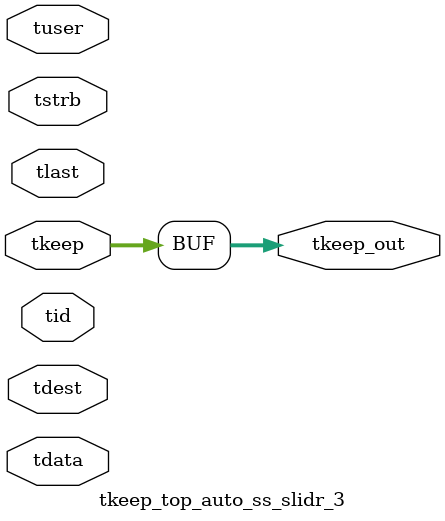
<source format=v>


`timescale 1ps/1ps

module tkeep_top_auto_ss_slidr_3 #
(
parameter C_S_AXIS_TDATA_WIDTH = 32,
parameter C_S_AXIS_TUSER_WIDTH = 0,
parameter C_S_AXIS_TID_WIDTH   = 0,
parameter C_S_AXIS_TDEST_WIDTH = 0,
parameter C_M_AXIS_TDATA_WIDTH = 32
)
(
input  [(C_S_AXIS_TDATA_WIDTH == 0 ? 1 : C_S_AXIS_TDATA_WIDTH)-1:0     ] tdata,
input  [(C_S_AXIS_TUSER_WIDTH == 0 ? 1 : C_S_AXIS_TUSER_WIDTH)-1:0     ] tuser,
input  [(C_S_AXIS_TID_WIDTH   == 0 ? 1 : C_S_AXIS_TID_WIDTH)-1:0       ] tid,
input  [(C_S_AXIS_TDEST_WIDTH == 0 ? 1 : C_S_AXIS_TDEST_WIDTH)-1:0     ] tdest,
input  [(C_S_AXIS_TDATA_WIDTH/8)-1:0 ] tkeep,
input  [(C_S_AXIS_TDATA_WIDTH/8)-1:0 ] tstrb,
input                                                                    tlast,
output [(C_M_AXIS_TDATA_WIDTH/8)-1:0 ] tkeep_out
);

assign tkeep_out = {tkeep[3:0]};

endmodule


</source>
